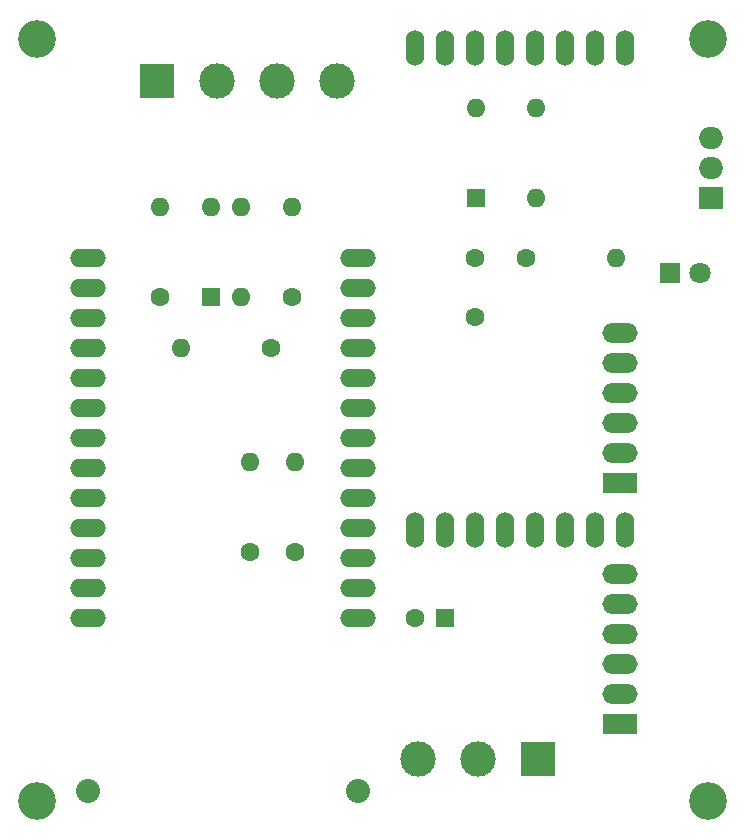
<source format=gbs>
G04 #@! TF.GenerationSoftware,KiCad,Pcbnew,5.99.0-unknown-9f841da98e~134~ubuntu20.04.1*
G04 #@! TF.CreationDate,2021-11-20T10:06:44+01:00*
G04 #@! TF.ProjectId,master-wt32,6d617374-6572-42d7-9774-33322e6b6963,rev?*
G04 #@! TF.SameCoordinates,PX3a22d00PY8062360*
G04 #@! TF.FileFunction,Soldermask,Bot*
G04 #@! TF.FilePolarity,Negative*
%FSLAX46Y46*%
G04 Gerber Fmt 4.6, Leading zero omitted, Abs format (unit mm)*
G04 Created by KiCad (PCBNEW 5.99.0-unknown-9f841da98e~134~ubuntu20.04.1) date 2021-11-20 10:06:44*
%MOMM*%
%LPD*%
G01*
G04 APERTURE LIST*
%ADD10C,3.200000*%
%ADD11C,2.032000*%
%ADD12O,3.048000X1.524000*%
%ADD13R,3.000000X1.700000*%
%ADD14O,3.000000X1.700000*%
%ADD15R,3.000000X3.000000*%
%ADD16C,3.000000*%
%ADD17C,1.600000*%
%ADD18O,1.600000X1.600000*%
%ADD19R,1.600000X1.600000*%
%ADD20R,1.800000X1.800000*%
%ADD21C,1.800000*%
%ADD22O,1.524000X3.048000*%
%ADD23R,2.000000X1.905000*%
%ADD24O,2.000000X1.905000*%
G04 APERTURE END LIST*
D10*
X67056000Y-123444000D03*
D11*
X71374000Y-122555000D03*
X94234000Y-122555000D03*
D12*
X94234000Y-77470000D03*
X94234000Y-80010000D03*
X94234000Y-82550000D03*
X94234000Y-85090000D03*
X94234000Y-87630000D03*
X94234000Y-90170000D03*
X94234000Y-92710000D03*
X94234000Y-95250000D03*
X94234000Y-97790000D03*
X94234000Y-100330000D03*
X94234000Y-102870000D03*
X94234000Y-105410000D03*
X94234000Y-107950000D03*
X71374000Y-107950000D03*
X71374000Y-105410000D03*
X71374000Y-102870000D03*
X71374000Y-100330000D03*
X71374000Y-97790000D03*
X71374000Y-95250000D03*
X71374000Y-92710000D03*
X71374000Y-90170000D03*
X71374000Y-87630000D03*
X71374000Y-85090000D03*
X71374000Y-82550000D03*
X71374000Y-80010000D03*
X71374000Y-77470000D03*
D13*
X116483200Y-96495000D03*
D14*
X116483200Y-93955000D03*
X116483200Y-91415000D03*
X116483200Y-88875000D03*
X116483200Y-86335000D03*
X116483200Y-83795000D03*
D15*
X109474000Y-119888000D03*
D16*
X104394000Y-119888000D03*
X99314000Y-119888000D03*
D17*
X85090000Y-102362000D03*
D18*
X85090000Y-94742000D03*
D15*
X77216000Y-62484000D03*
D16*
X82296000Y-62484000D03*
X87376000Y-62484000D03*
X92456000Y-62484000D03*
D17*
X77470000Y-80772000D03*
D18*
X77470000Y-73152000D03*
D17*
X88900000Y-102362000D03*
D18*
X88900000Y-94742000D03*
D10*
X67056000Y-58928000D03*
D19*
X81783000Y-80762000D03*
D18*
X84323000Y-80762000D03*
X84323000Y-73142000D03*
X81783000Y-73142000D03*
D17*
X88646000Y-80772000D03*
D18*
X88646000Y-73152000D03*
D17*
X86868000Y-85090000D03*
D18*
X79248000Y-85090000D03*
D10*
X123923200Y-123444000D03*
D20*
X120650000Y-78740000D03*
D21*
X123190000Y-78740000D03*
D22*
X114300000Y-100457000D03*
X106680000Y-100457000D03*
X109220000Y-100457000D03*
X104140000Y-100457000D03*
X111760000Y-100457000D03*
X104140000Y-59690000D03*
X114300000Y-59690000D03*
X109220000Y-59690000D03*
X101600000Y-59690000D03*
X106680000Y-59690000D03*
X111760000Y-59690000D03*
X101600000Y-100457000D03*
X116840000Y-59690000D03*
X99060000Y-59690000D03*
X99060000Y-100457000D03*
X116840000Y-100457000D03*
D19*
X104282500Y-72390000D03*
D18*
X109362500Y-72390000D03*
X109362500Y-64770000D03*
X104282500Y-64770000D03*
D19*
X101600000Y-107950000D03*
D17*
X99100000Y-107950000D03*
D13*
X116483200Y-116875000D03*
D14*
X116483200Y-114335000D03*
X116483200Y-111795000D03*
X116483200Y-109255000D03*
X116483200Y-106715000D03*
X116483200Y-104175000D03*
D17*
X108458000Y-77470000D03*
D18*
X116078000Y-77470000D03*
D10*
X123923200Y-58928000D03*
D17*
X104140000Y-77470000D03*
X104140000Y-82470000D03*
D23*
X124135000Y-72390000D03*
D24*
X124135000Y-69850000D03*
X124135000Y-67310000D03*
M02*

</source>
